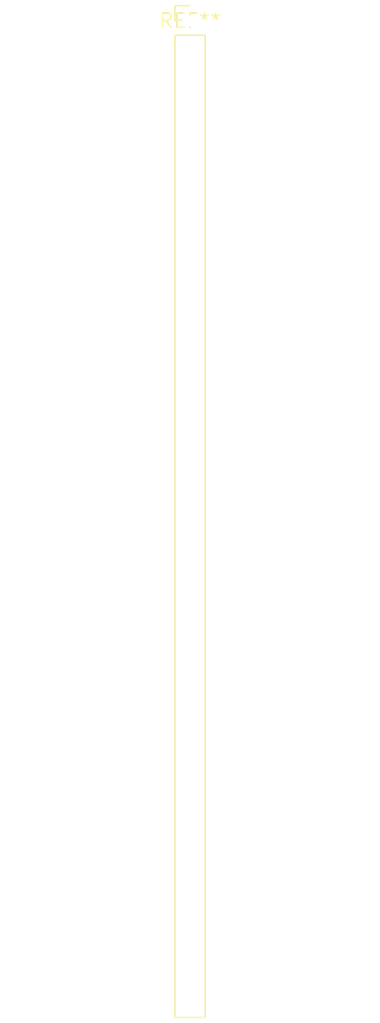
<source format=kicad_pcb>
(kicad_pcb (version 20240108) (generator pcbnew)
  (layers (0 "F.Cu" signal) (31 "B.Cu" signal) (34 "B.Paste" user) (35 "F.Paste" user) (36 "B.SilkS" user "B.Silkscreen") (37 "F.SilkS" user "F.Silkscreen") (38 "B.Mask" user) (39 "F.Mask" user) (44 "Edge.Cuts" user))
  (net 0 "")
  (footprint "PinHeader_1x35_P2.54mm_Vertical" (layer "F.Cu") (at 0 0)
    (property "Reference" "REF**")
    (property "Value" "PinHeader_1x35_P2.54mm_Vertical")
    (fp_line (start -1.33 -1.33) (end 0 -1.33) (layer "F.SilkS") (stroke (width 0.12)))
    (fp_line (start -1.33 0) (end -1.33 -1.33) (layer "F.SilkS") (stroke (width 0.12)))
    (fp_line (start -1.33 1.27) (end -1.33 87.69) (layer "F.SilkS") (stroke (width 0.12)))
    (fp_line (start -1.33 1.27) (end 1.33 1.27) (layer "F.SilkS") (stroke (width 0.12)))
    (fp_line (start -1.33 87.69) (end 1.33 87.69) (layer "F.SilkS") (stroke (width 0.12)))
    (fp_line (start 1.33 1.27) (end 1.33 87.69) (layer "F.SilkS") (stroke (width 0.12)))
    (pad "1" thru_hole rect (at 0 0) (size 1.7 1.7) (drill 1) (layers *.Cu *.Mask) (remove_unused_layers))
    (pad "2" thru_hole oval (at 0 2.54) (size 1.7 1.7) (drill 1) (layers *.Cu *.Mask) (remove_unused_layers))
    (pad "3" thru_hole oval (at 0 5.08) (size 1.7 1.7) (drill 1) (layers *.Cu *.Mask) (remove_unused_layers))
    (pad "4" thru_hole oval (at 0 7.62) (size 1.7 1.7) (drill 1) (layers *.Cu *.Mask) (remove_unused_layers))
    (pad "5" thru_hole oval (at 0 10.16) (size 1.7 1.7) (drill 1) (layers *.Cu *.Mask) (remove_unused_layers))
    (pad "6" thru_hole oval (at 0 12.7) (size 1.7 1.7) (drill 1) (layers *.Cu *.Mask) (remove_unused_layers))
    (pad "7" thru_hole oval (at 0 15.24) (size 1.7 1.7) (drill 1) (layers *.Cu *.Mask) (remove_unused_layers))
    (pad "8" thru_hole oval (at 0 17.78) (size 1.7 1.7) (drill 1) (layers *.Cu *.Mask) (remove_unused_layers))
    (pad "9" thru_hole oval (at 0 20.32) (size 1.7 1.7) (drill 1) (layers *.Cu *.Mask) (remove_unused_layers))
    (pad "10" thru_hole oval (at 0 22.86) (size 1.7 1.7) (drill 1) (layers *.Cu *.Mask) (remove_unused_layers))
    (pad "11" thru_hole oval (at 0 25.4) (size 1.7 1.7) (drill 1) (layers *.Cu *.Mask) (remove_unused_layers))
    (pad "12" thru_hole oval (at 0 27.94) (size 1.7 1.7) (drill 1) (layers *.Cu *.Mask) (remove_unused_layers))
    (pad "13" thru_hole oval (at 0 30.48) (size 1.7 1.7) (drill 1) (layers *.Cu *.Mask) (remove_unused_layers))
    (pad "14" thru_hole oval (at 0 33.02) (size 1.7 1.7) (drill 1) (layers *.Cu *.Mask) (remove_unused_layers))
    (pad "15" thru_hole oval (at 0 35.56) (size 1.7 1.7) (drill 1) (layers *.Cu *.Mask) (remove_unused_layers))
    (pad "16" thru_hole oval (at 0 38.1) (size 1.7 1.7) (drill 1) (layers *.Cu *.Mask) (remove_unused_layers))
    (pad "17" thru_hole oval (at 0 40.64) (size 1.7 1.7) (drill 1) (layers *.Cu *.Mask) (remove_unused_layers))
    (pad "18" thru_hole oval (at 0 43.18) (size 1.7 1.7) (drill 1) (layers *.Cu *.Mask) (remove_unused_layers))
    (pad "19" thru_hole oval (at 0 45.72) (size 1.7 1.7) (drill 1) (layers *.Cu *.Mask) (remove_unused_layers))
    (pad "20" thru_hole oval (at 0 48.26) (size 1.7 1.7) (drill 1) (layers *.Cu *.Mask) (remove_unused_layers))
    (pad "21" thru_hole oval (at 0 50.8) (size 1.7 1.7) (drill 1) (layers *.Cu *.Mask) (remove_unused_layers))
    (pad "22" thru_hole oval (at 0 53.34) (size 1.7 1.7) (drill 1) (layers *.Cu *.Mask) (remove_unused_layers))
    (pad "23" thru_hole oval (at 0 55.88) (size 1.7 1.7) (drill 1) (layers *.Cu *.Mask) (remove_unused_layers))
    (pad "24" thru_hole oval (at 0 58.42) (size 1.7 1.7) (drill 1) (layers *.Cu *.Mask) (remove_unused_layers))
    (pad "25" thru_hole oval (at 0 60.96) (size 1.7 1.7) (drill 1) (layers *.Cu *.Mask) (remove_unused_layers))
    (pad "26" thru_hole oval (at 0 63.5) (size 1.7 1.7) (drill 1) (layers *.Cu *.Mask) (remove_unused_layers))
    (pad "27" thru_hole oval (at 0 66.04) (size 1.7 1.7) (drill 1) (layers *.Cu *.Mask) (remove_unused_layers))
    (pad "28" thru_hole oval (at 0 68.58) (size 1.7 1.7) (drill 1) (layers *.Cu *.Mask) (remove_unused_layers))
    (pad "29" thru_hole oval (at 0 71.12) (size 1.7 1.7) (drill 1) (layers *.Cu *.Mask) (remove_unused_layers))
    (pad "30" thru_hole oval (at 0 73.66) (size 1.7 1.7) (drill 1) (layers *.Cu *.Mask) (remove_unused_layers))
    (pad "31" thru_hole oval (at 0 76.2) (size 1.7 1.7) (drill 1) (layers *.Cu *.Mask) (remove_unused_layers))
    (pad "32" thru_hole oval (at 0 78.74) (size 1.7 1.7) (drill 1) (layers *.Cu *.Mask) (remove_unused_layers))
    (pad "33" thru_hole oval (at 0 81.28) (size 1.7 1.7) (drill 1) (layers *.Cu *.Mask) (remove_unused_layers))
    (pad "34" thru_hole oval (at 0 83.82) (size 1.7 1.7) (drill 1) (layers *.Cu *.Mask) (remove_unused_layers))
    (pad "35" thru_hole oval (at 0 86.36) (size 1.7 1.7) (drill 1) (layers *.Cu *.Mask) (remove_unused_layers))
  )
)
</source>
